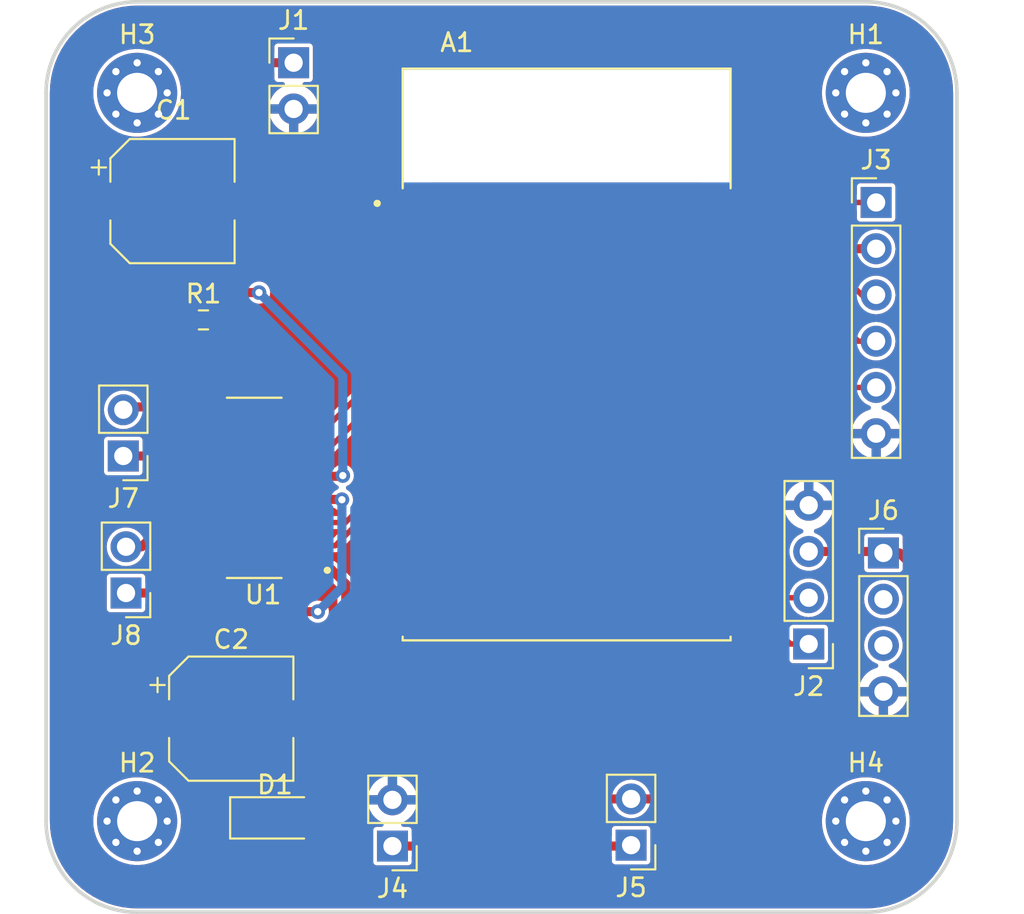
<source format=kicad_pcb>
(kicad_pcb (version 20211014) (generator pcbnew)
  (layers (0 "F.Cu" signal) (31 "B.Cu" signal) (34 "B.Paste" user) (35 "F.Paste" user) (36 "B.SilkS" user "B.Silkscreen") (37 "F.SilkS" user "F.Silkscreen") (38 "B.Mask" user) (39 "F.Mask" user) (44 "Edge.Cuts" user))
  (net 0 "")
  (net 1 "GND")
  (net 2 "+3V3")
  (net 3 "/RESET")
  (net 8 "/INA1")
  (net 9 "/INB1")
  (net 10 "/INA2")
  (net 11 "/INB2")
  (net 20 "/SDA")
  (net 21 "/SCL")
  (net 24 "/BOOT")
  (net 30 "/MAIN_UART_RX")
  (net 31 "/MAIN_UART_TX")
  (net 35 "VCC")
  (net 36 "VDD")
  (net 37 "+BATT")
  (net 38 "/Trig")
  (net 39 "/Echo")
  (net 40 "/OUTB1")
  (net 41 "/OUTB2")
  (net 42 "/OUTA1")
  (net 43 "/OUTA2")
  (footprint "Connector_PinHeader_2.54mm:PinHeader_1x06_P2.54mm_Vertical" (layer "F.Cu") (at 194 66.1)
    (fp_text reference "J3" (at 0 -2.33) (layer "F.SilkS"))
    (fp_text value "Conn_01x06_Male")
    (fp_line (start -1.33 1.27) (end -1.33 14.03) (layer "F.SilkS") (width 0.12))
    (fp_line (start -1.33 14.03) (end 1.33 14.03) (layer "F.SilkS") (width 0.12))
    (fp_line (start -1.33 -1.33) (end 0 -1.33) (layer "F.SilkS") (width 0.12))
    (fp_line (start -1.33 1.27) (end 1.33 1.27) (layer "F.SilkS") (width 0.12))
    (fp_line (start 1.33 1.27) (end 1.33 14.03) (layer "F.SilkS") (width 0.12))
    (fp_line (start -1.33 0) (end -1.33 -1.33) (layer "F.SilkS") (width 0.12))
    (pad "1" thru_hole rect (at 0 0) (size 1.7 1.7) (drill 1) (layers *.Cu *.Mask) (net 3 "/RESET"))
    (pad "2" thru_hole oval (at 0 2.54) (size 1.7 1.7) (drill 1) (layers *.Cu *.Mask) (net 2 "+3V3"))
    (pad "3" thru_hole oval (at 0 5.08) (size 1.7 1.7) (drill 1) (layers *.Cu *.Mask) (net 31 "/MAIN_UART_TX"))
    (pad "4" thru_hole oval (at 0 7.62) (size 1.7 1.7) (drill 1) (layers *.Cu *.Mask) (net 30 "/MAIN_UART_RX"))
    (pad "5" thru_hole oval (at 0 10.16) (size 1.7 1.7) (drill 1) (layers *.Cu *.Mask) (net 24 "/BOOT"))
    (pad "6" thru_hole oval (at 0 12.7) (size 1.7 1.7) (drill 1) (layers *.Cu *.Mask) (net 1 "GND"))
  )
  (footprint "cube_robot:SOIC127P600X177-16N" (layer "F.Cu") (at 159.862 81.775 180)
    (fp_text reference "U1" (at -0.485 -5.872) (layer "F.SilkS"))
    (fp_text value "MX1508")
    (fp_line (start -1.5 -4.95) (end 1.5 -4.95) (layer "F.SilkS") (width 0.127))
    (fp_line (start -1.5 4.95) (end 1.5 4.95) (layer "F.SilkS") (width 0.127))
    (fp_circle (center -4.011 -4.527) (end -3.911 -4.527) (layer "F.SilkS") (width 0.2) (fill none))
    (pad "1" smd roundrect (at -2.655 -4.445 180) (size 1.61 0.59) (layers "F.Cu" "F.Paste" "F.Mask") (roundrect_rratio 0.07) (net 35 "VCC"))
    (pad "2" smd roundrect (at -2.655 -3.175 180) (size 1.61 0.59) (layers "F.Cu" "F.Paste" "F.Mask") (roundrect_rratio 0.07) (net 8 "/INA1"))
    (pad "3" smd roundrect (at -2.655 -1.905 180) (size 1.61 0.59) (layers "F.Cu" "F.Paste" "F.Mask") (roundrect_rratio 0.07) (net 9 "/INB1"))
    (pad "4" smd roundrect (at -2.655 -0.635 180) (size 1.61 0.59) (layers "F.Cu" "F.Paste" "F.Mask") (roundrect_rratio 0.07) (net 36 "VDD"))
    (pad "5" smd roundrect (at -2.655 0.635 180) (size 1.61 0.59) (layers "F.Cu" "F.Paste" "F.Mask") (roundrect_rratio 0.07) (net 35 "VCC"))
    (pad "6" smd roundrect (at -2.655 1.905 180) (size 1.61 0.59) (layers "F.Cu" "F.Paste" "F.Mask") (roundrect_rratio 0.07) (net 10 "/INA2"))
    (pad "7" smd roundrect (at -2.655 3.175 180) (size 1.61 0.59) (layers "F.Cu" "F.Paste" "F.Mask") (roundrect_rratio 0.07) (net 11 "/INB2"))
    (pad "8" smd roundrect (at -2.655 4.445 180) (size 1.61 0.59) (layers "F.Cu" "F.Paste" "F.Mask") (roundrect_rratio 0.07) (net 36 "VDD"))
    (pad "9" smd roundrect (at 2.655 4.445 180) (size 1.61 0.59) (layers "F.Cu" "F.Paste" "F.Mask") (roundrect_rratio 0.07) (net 41 "/OUTB2"))
    (pad "10" smd roundrect (at 2.655 3.175 180) (size 1.61 0.59) (layers "F.Cu" "F.Paste" "F.Mask") (roundrect_rratio 0.07) (net 1 "GND"))
    (pad "11" smd roundrect (at 2.655 1.905 180) (size 1.61 0.59) (layers "F.Cu" "F.Paste" "F.Mask") (roundrect_rratio 0.07) (net 1 "GND"))
    (pad "12" smd roundrect (at 2.655 0.635 180) (size 1.61 0.59) (layers "F.Cu" "F.Paste" "F.Mask") (roundrect_rratio 0.07) (net 43 "/OUTA2"))
    (pad "13" smd roundrect (at 2.655 -0.635 180) (size 1.61 0.59) (layers "F.Cu" "F.Paste" "F.Mask") (roundrect_rratio 0.07) (net 40 "/OUTB1"))
    (pad "14" smd roundrect (at 2.655 -1.905 180) (size 1.61 0.59) (layers "F.Cu" "F.Paste" "F.Mask") (roundrect_rratio 0.07) (net 1 "GND"))
    (pad "15" smd roundrect (at 2.655 -3.175 180) (size 1.61 0.59) (layers "F.Cu" "F.Paste" "F.Mask") (roundrect_rratio 0.07) (net 1 "GND"))
    (pad "16" smd roundrect (at 2.655 -4.445 180) (size 1.61 0.59) (layers "F.Cu" "F.Paste" "F.Mask") (roundrect_rratio 0.07) (net 42 "/OUTA1"))
  )
  (footprint "Connector_PinHeader_2.54mm:PinHeader_1x04_P2.54mm_Vertical" (layer "F.Cu") (at 190.3 90.35 180)
    (fp_text reference "J2" (at 0 -2.33) (layer "F.SilkS"))
    (fp_text value "Conn_01x04_Male")
    (fp_line (start -1.33 -1.33) (end 0 -1.33) (layer "F.SilkS") (width 0.12))
    (fp_line (start -1.33 1.27) (end -1.33 8.95) (layer "F.SilkS") (width 0.12))
    (fp_line (start -1.33 0) (end -1.33 -1.33) (layer "F.SilkS") (width 0.12))
    (fp_line (start -1.33 8.95) (end 1.33 8.95) (layer "F.SilkS") (width 0.12))
    (fp_line (start -1.33 1.27) (end 1.33 1.27) (layer "F.SilkS") (width 0.12))
    (fp_line (start 1.33 1.27) (end 1.33 8.95) (layer "F.SilkS") (width 0.12))
    (pad "1" thru_hole rect (at 0 0 180) (size 1.7 1.7) (drill 1) (layers *.Cu *.Mask) (net 20 "/SDA"))
    (pad "2" thru_hole oval (at 0 2.54 180) (size 1.7 1.7) (drill 1) (layers *.Cu *.Mask) (net 21 "/SCL"))
    (pad "3" thru_hole oval (at 0 5.08 180) (size 1.7 1.7) (drill 1) (layers *.Cu *.Mask) (net 35 "VCC"))
    (pad "4" thru_hole oval (at 0 7.62 180) (size 1.7 1.7) (drill 1) (layers *.Cu *.Mask) (net 1 "GND"))
  )
  (footprint "MountingHole:MountingHole_2.2mm_M2_Pad_Via" (layer "F.Cu") (at 153.435 60.08)
    (fp_text reference "H3" (at 0 -3.2) (layer "F.SilkS"))
    (fp_text value "MountingHole")
    (pad "1" thru_hole circle (at -1.166726 1.166726) (size 0.7 0.7) (drill 0.4) (layers *.Cu *.Mask))
    (pad "1" thru_hole circle (at -1.166726 -1.166726) (size 0.7 0.7) (drill 0.4) (layers *.Cu *.Mask))
    (pad "1" thru_hole circle (at 0 -1.65) (size 0.7 0.7) (drill 0.4) (layers *.Cu *.Mask))
    (pad "1" thru_hole circle (at -1.65 0) (size 0.7 0.7) (drill 0.4) (layers *.Cu *.Mask))
    (pad "1" thru_hole circle (at 1.166726 -1.166726) (size 0.7 0.7) (drill 0.4) (layers *.Cu *.Mask))
    (pad "1" thru_hole circle (at 1.65 0) (size 0.7 0.7) (drill 0.4) (layers *.Cu *.Mask))
    (pad "1" thru_hole circle (at 0 0) (size 4.4 4.4) (drill 2.2) (layers *.Cu *.Mask))
    (pad "1" thru_hole circle (at 0 1.65) (size 0.7 0.7) (drill 0.4) (layers *.Cu *.Mask))
    (pad "1" thru_hole circle (at 1.166726 1.166726) (size 0.7 0.7) (drill 0.4) (layers *.Cu *.Mask))
  )
  (footprint "Resistor_SMD:R_0603_1608Metric_Pad0.98x0.95mm_HandSolder" (layer "F.Cu") (at 157.075 72.55)
    (fp_text reference "R1" (at 0 -1.43) (layer "F.SilkS"))
    (fp_text value "220")
    (fp_line (start -0.254724 0.5225) (end 0.254724 0.5225) (layer "F.SilkS") (width 0.12))
    (fp_line (start -0.254724 -0.5225) (end 0.254724 -0.5225) (layer "F.SilkS") (width 0.12))
    (pad "1" smd roundrect (at -0.9125 0) (size 0.975 0.95) (layers "F.Cu" "F.Paste" "F.Mask") (net 35 "VCC"))
    (pad "2" smd roundrect (at 0.9125 0) (size 0.975 0.95) (layers "F.Cu" "F.Paste" "F.Mask") (net 36 "VDD"))
  )
  (footprint "MountingHole:MountingHole_2.2mm_M2_Pad_Via" (layer "F.Cu") (at 193.435 100.08)
    (fp_text reference "H4" (at 0 -3.2) (layer "F.SilkS"))
    (fp_text value "MountingHole")
    (pad "1" thru_hole circle (at 1.166726 1.166726) (size 0.7 0.7) (drill 0.4) (layers *.Cu *.Mask))
    (pad "1" thru_hole circle (at 0 -1.65) (size 0.7 0.7) (drill 0.4) (layers *.Cu *.Mask))
    (pad "1" thru_hole circle (at 1.65 0) (size 0.7 0.7) (drill 0.4) (layers *.Cu *.Mask))
    (pad "1" thru_hole circle (at -1.65 0) (size 0.7 0.7) (drill 0.4) (layers *.Cu *.Mask))
    (pad "1" thru_hole circle (at 0 0) (size 4.4 4.4) (drill 2.2) (layers *.Cu *.Mask))
    (pad "1" thru_hole circle (at 0 1.65) (size 0.7 0.7) (drill 0.4) (layers *.Cu *.Mask))
    (pad "1" thru_hole circle (at -1.166726 1.166726) (size 0.7 0.7) (drill 0.4) (layers *.Cu *.Mask))
    (pad "1" thru_hole circle (at 1.166726 -1.166726) (size 0.7 0.7) (drill 0.4) (layers *.Cu *.Mask))
    (pad "1" thru_hole circle (at -1.166726 -1.166726) (size 0.7 0.7) (drill 0.4) (layers *.Cu *.Mask))
  )
  (footprint "Connector_PinHeader_2.54mm:PinHeader_1x04_P2.54mm_Vertical" (layer "F.Cu") (at 194.4 85.35)
    (fp_text reference "J6" (at 0 -2.33) (layer "F.SilkS"))
    (fp_text value "Conn_01x04_Female")
    (fp_line (start -1.33 0) (end -1.33 -1.33) (layer "F.SilkS") (width 0.12))
    (fp_line (start -1.33 1.27) (end 1.33 1.27) (layer "F.SilkS") (width 0.12))
    (fp_line (start 1.33 1.27) (end 1.33 8.95) (layer "F.SilkS") (width 0.12))
    (fp_line (start -1.33 1.27) (end -1.33 8.95) (layer "F.SilkS") (width 0.12))
    (fp_line (start -1.33 -1.33) (end 0 -1.33) (layer "F.SilkS") (width 0.12))
    (fp_line (start -1.33 8.95) (end 1.33 8.95) (layer "F.SilkS") (width 0.12))
    (pad "1" thru_hole rect (at 0 0) (size 1.7 1.7) (drill 1) (layers *.Cu *.Mask) (net 35 "VCC"))
    (pad "2" thru_hole oval (at 0 2.54) (size 1.7 1.7) (drill 1) (layers *.Cu *.Mask) (net 38 "/Trig"))
    (pad "3" thru_hole oval (at 0 5.08) (size 1.7 1.7) (drill 1) (layers *.Cu *.Mask) (net 39 "/Echo"))
    (pad "4" thru_hole oval (at 0 7.62) (size 1.7 1.7) (drill 1) (layers *.Cu *.Mask) (net 1 "GND"))
  )
  (footprint "Connector_PinHeader_2.54mm:PinHeader_1x02_P2.54mm_Vertical" (layer "F.Cu") (at 167.45 101.45 180)
    (fp_text reference "J4" (at 0 -2.33) (layer "F.SilkS"))
    (fp_text value "Conn_01x02_Male")
    (fp_line (start -1.33 3.87) (end 1.33 3.87) (layer "F.SilkS") (width 0.12))
    (fp_line (start 1.33 1.27) (end 1.33 3.87) (layer "F.SilkS") (width 0.12))
    (fp_line (start -1.33 1.27) (end 1.33 1.27) (layer "F.SilkS") (width 0.12))
    (fp_line (start -1.33 1.27) (end -1.33 3.87) (layer "F.SilkS") (width 0.12))
    (fp_line (start -1.33 0) (end -1.33 -1.33) (layer "F.SilkS") (width 0.12))
    (fp_line (start -1.33 -1.33) (end 0 -1.33) (layer "F.SilkS") (width 0.12))
    (pad "1" thru_hole rect (at 0 0 180) (size 1.7 1.7) (drill 1) (layers *.Cu *.Mask) (net 37 "+BATT"))
    (pad "2" thru_hole oval (at 0 2.54 180) (size 1.7 1.7) (drill 1) (layers *.Cu *.Mask) (net 1 "GND"))
  )
  (footprint "MountingHole:MountingHole_2.2mm_M2_Pad_Via" (layer "F.Cu") (at 153.435 100.08)
    (fp_text reference "H2" (at 0 -3.2) (layer "F.SilkS"))
    (fp_text value "MountingHole")
    (pad "1" thru_hole circle (at 1.65 0) (size 0.7 0.7) (drill 0.4) (layers *.Cu *.Mask))
    (pad "1" thru_hole circle (at 0 0) (size 4.4 4.4) (drill 2.2) (layers *.Cu *.Mask))
    (pad "1" thru_hole circle (at 0 1.65) (size 0.7 0.7) (drill 0.4) (layers *.Cu *.Mask))
    (pad "1" thru_hole circle (at -1.166726 1.166726) (size 0.7 0.7) (drill 0.4) (layers *.Cu *.Mask))
    (pad "1" thru_hole circle (at -1.65 0) (size 0.7 0.7) (drill 0.4) (layers *.Cu *.Mask))
    (pad "1" thru_hole circle (at -1.166726 -1.166726) (size 0.7 0.7) (drill 0.4) (layers *.Cu *.Mask))
    (pad "1" thru_hole circle (at 0 -1.65) (size 0.7 0.7) (drill 0.4) (layers *.Cu *.Mask))
    (pad "1" thru_hole circle (at 1.166726 1.166726) (size 0.7 0.7) (drill 0.4) (layers *.Cu *.Mask))
    (pad "1" thru_hole circle (at 1.166726 -1.166726) (size 0.7 0.7) (drill 0.4) (layers *.Cu *.Mask))
  )
  (footprint "Connector_PinHeader_2.54mm:PinHeader_1x02_P2.54mm_Vertical" (layer "F.Cu") (at 152.675 80.025 180)
    (fp_text reference "J7" (at 0 -2.33) (layer "F.SilkS"))
    (fp_text value "Conn_01x02_Male")
    (fp_line (start 1.33 1.27) (end 1.33 3.87) (layer "F.SilkS") (width 0.12))
    (fp_line (start -1.33 1.27) (end -1.33 3.87) (layer "F.SilkS") (width 0.12))
    (fp_line (start -1.33 3.87) (end 1.33 3.87) (layer "F.SilkS") (width 0.12))
    (fp_line (start -1.33 0) (end -1.33 -1.33) (layer "F.SilkS") (width 0.12))
    (fp_line (start -1.33 -1.33) (end 0 -1.33) (layer "F.SilkS") (width 0.12))
    (fp_line (start -1.33 1.27) (end 1.33 1.27) (layer "F.SilkS") (width 0.12))
    (pad "1" thru_hole rect (at 0 0 180) (size 1.7 1.7) (drill 1) (layers *.Cu *.Mask) (net 43 "/OUTA2"))
    (pad "2" thru_hole oval (at 0 2.54 180) (size 1.7 1.7) (drill 1) (layers *.Cu *.Mask) (net 41 "/OUTB2"))
  )
  (footprint "Diode_SMD:D_1206_3216Metric_Pad1.42x1.75mm_HandSolder" (layer "F.Cu") (at 161 99.9)
    (fp_text reference "D1" (at 0 -1.82) (layer "F.SilkS"))
    (fp_text value "BZV55B5V1")
    (fp_line (start -2.46 1.135) (end 1.6 1.135) (layer "F.SilkS") (width 0.12))
    (fp_line (start 1.6 -1.135) (end -2.46 -1.135) (layer "F.SilkS") (width 0.12))
    (fp_line (start -2.46 -1.135) (end -2.46 1.135) (layer "F.SilkS") (width 0.12))
    (pad "1" smd roundrect (at -1.4875 0) (size 1.425 1.75) (layers "F.Cu" "F.Paste" "F.Mask") (roundrect_rratio 0.175439) (net 36 "VDD"))
    (pad "2" smd roundrect (at 1.4875 0) (size 1.425 1.75) (layers "F.Cu" "F.Paste" "F.Mask") (roundrect_rratio 0.175439) (net 1 "GND"))
  )
  (footprint "Connector_PinHeader_2.54mm:PinHeader_1x02_P2.54mm_Vertical" (layer "F.Cu") (at 152.825 87.55 180)
    (fp_text reference "J8" (at 0 -2.33) (layer "F.SilkS"))
    (fp_text value "Conn_01x02_Male")
    (fp_line (start -1.33 0) (end -1.33 -1.33) (layer "F.SilkS") (width 0.12))
    (fp_line (start -1.33 3.87) (end 1.33 3.87) (layer "F.SilkS") (width 0.12))
    (fp_line (start -1.33 1.27) (end -1.33 3.87) (layer "F.SilkS") (width 0.12))
    (fp_line (start -1.33 -1.33) (end 0 -1.33) (layer "F.SilkS") (width 0.12))
    (fp_line (start 1.33 1.27) (end 1.33 3.87) (layer "F.SilkS") (width 0.12))
    (fp_line (start -1.33 1.27) (end 1.33 1.27) (layer "F.SilkS") (width 0.12))
    (pad "1" thru_hole rect (at 0 0 180) (size 1.7 1.7) (drill 1) (layers *.Cu *.Mask) (net 42 "/OUTA1"))
    (pad "2" thru_hole oval (at 0 2.54 180) (size 1.7 1.7) (drill 1) (layers *.Cu *.Mask) (net 40 "/OUTB1"))
  )
  (footprint "cube_robot:XCVR_ESP32-WROVER" (layer "F.Cu") (at 177.0125 74.45)
    (fp_text reference "A1" (at -6.025 -17.135) (layer "F.SilkS"))
    (fp_text value "ESP32-WROVER-I")
    (fp_line (start 9 15.7) (end 9 15.5) (layer "F.SilkS") (width 0.127))
    (fp_line (start -9 15.7) (end 9 15.7) (layer "F.SilkS") (width 0.127))
    (fp_line (start -9 -9.13) (end -9 -15.7) (layer "F.SilkS") (width 0.127))
    (fp_line (start 9 -15.7) (end 9 -9.13) (layer "F.SilkS") (width 0.127))
    (fp_line (start -9 -15.7) (end 9 -15.7) (layer "F.SilkS") (width 0.127))
    (fp_line (start -9 15.5) (end -9 15.7) (layer "F.SilkS") (width 0.127))
    (fp_circle (center -10.4 -8.3) (end -10.3 -8.3) (layer "F.SilkS") (width 0.2) (fill none))
    (pad "1" smd rect (at -8.5 -8.26) (size 2 0.9) (layers "F.Cu" "F.Paste" "F.Mask") (net 1 "GND"))
    (pad "2" smd rect (at -8.5 -6.99) (size 2 0.9) (layers "F.Cu" "F.Paste" "F.Mask") (net 2 "+3V3"))
    (pad "3" smd rect (at -8.5 -5.72) (size 2 0.9) (layers "F.Cu" "F.Paste" "F.Mask") (net 3 "/RESET"))
    (pad "4" smd rect (at -8.5 -4.45) (size 2 0.9) (layers "F.Cu" "F.Paste" "F.Mask"))
    (pad "5" smd rect (at -8.5 -3.18) (size 2 0.9) (layers "F.Cu" "F.Paste" "F.Mask"))
    (pad "6" smd rect (at -8.5 -1.91) (size 2 0.9) (layers "F.Cu" "F.Paste" "F.Mask"))
    (pad "7" smd rect (at -8.5 -0.64) (size 2 0.9) (layers "F.Cu" "F.Paste" "F.Mask"))
    (pad "8" smd rect (at -8.5 0.63) (size 2 0.9) (layers "F.Cu" "F.Paste" "F.Mask") (net 11 "/INB2"))
    (pad "9" smd rect (at -8.5 1.9) (size 2 0.9) (layers "F.Cu" "F.Paste" "F.Mask") (net 10 "/INA2"))
    (pad "10" smd rect (at -8.5 3.17) (size 2 0.9) (layers "F.Cu" "F.Paste" "F.Mask") (net 9 "/INB1"))
    (pad "11" smd rect (at -8.5 4.44) (size 2 0.9) (layers "F.Cu" "F.Paste" "F.Mask") (net 8 "/INA1"))
    (pad "12" smd rect (at -8.5 5.71) (size 2 0.9) (layers "F.Cu" "F.Paste" "F.Mask"))
    (pad "13" smd rect (at -8.5 6.98) (size 2 0.9) (layers "F.Cu" "F.Paste" "F.Mask"))
    (pad "14" smd rect (at -8.5 8.25) (size 2 0.9) (layers "F.Cu" "F.Paste" "F.Mask"))
    (pad "15" smd rect (at -8.5 9.52) (size 2 0.9) (layers "F.Cu" "F.Paste" "F.Mask") (net 1 "GND"))
    (pad "16" smd rect (at -8.5 10.79) (size 2 0.9) (layers "F.Cu" "F.Paste" "F.Mask"))
    (pad "17" smd rect (at -8.5 12.06) (size 2 0.9) (layers "F.Cu" "F.Paste" "F.Mask"))
    (pad "18" smd rect (at -8.5 13.33) (size 2 0.9) (layers "F.Cu" "F.Paste" "F.Mask"))
    (pad "19" smd rect (at -8.5 14.6) (size 2 0.9) (layers "F.Cu" "F.Paste" "F.Mask"))
    (pad "20" smd rect (at 8.5 14.6) (size 2 0.9) (layers "F.Cu" "F.Paste" "F.Mask"))
    (pad "21" smd rect (at 8.5 13.33) (size 2 0.9) (layers "F.Cu" "F.Paste" "F.Mask") (net 20 "/SDA"))
    (pad "22" smd rect (at 8.5 12.06) (size 2 0.9) (layers "F.Cu" "F.Paste" "F.Mask") (net 21 "/SCL"))
    (pad "23" smd rect (at 8.5 10.79) (size 2 0.9) (layers "F.Cu" "F.Paste" "F.Mask"))
    (pad "24" smd rect (at 8.5 9.52) (size 2 0.9) (layers "F.Cu" "F.Paste" "F.Mask"))
    (pad "25" smd rect (at 8.5 8.25) (size 2 0.9) (layers "F.Cu" "F.Paste" "F.Mask") (net 24 "/BOOT"))
    (pad "26" smd rect (at 8.5 6.98) (size 2 0.9) (layers "F.Cu" "F.Paste" "F.Mask"))
    (pad "27" smd rect (at 8.5 5.71) (size 2 0.9) (layers "F.Cu" "F.Paste" "F.Mask"))
    (pad "28" smd rect (at 8.5 4.44) (size 2 0.9) (layers "F.Cu" "F.Paste" "F.Mask"))
    (pad "29" smd rect (at 8.5 3.17) (size 2 0.9) (layers "F.Cu" "F.Paste" "F.Mask"))
    (pad "30" smd rect (at 8.5 1.9) (size 2 0.9) (layers "F.Cu" "F.Paste" "F.Mask"))
    (pad "31" smd rect (at 8.5 0.63) (size 2 0.9) (layers "F.Cu" "F.Paste" "F.Mask"))
    (pad "32" smd rect (at 8.5 -0.64) (size 2 0.9) (layers "F.Cu" "F.Paste" "F.Mask"))
    (pad "33" smd rect (at 8.5 -1.91) (size 2 0.9) (layers "F.Cu" "F.Paste" "F.Mask"))
    (pad "34" smd rect (at 8.5 -3.18) (size 2 0.9) (layers "F.Cu" "F.Paste" "F.Mask") (net 30 "/MAIN_UART_RX"))
    (pad "35" smd rect (at 8.5 -4.45) (size 2 0.9) (layers "F.Cu" "F.Paste" "F.Mask") (net 31 "/MAIN_UART_TX"))
    (pad "36" smd rect (at 8.5 -5.72) (size 2 0.9) (layers "F.Cu" "F.Paste" "F.Mask"))
    (pad "37" smd rect (at 8.5 -6.99) (size 2 0.9) (layers "F.Cu" "F.Paste" "F.Mask"))
    (pad "38" smd rect (at 8.5 -8.26) (size 2 0.9) (layers "F.Cu" "F.Paste" "F.Mask") (net 1 "GND"))
    (pad "39" smd rect (at -1 -0.76) (size 5 5) (layers "F.Cu"))
  )
  (footprint "Connector_PinHeader_2.54mm:PinHeader_1x02_P2.54mm_Vertical" (layer "F.Cu") (at 180.55 101.4 180)
    (fp_text reference "J5" (at 0 -2.33) (layer "F.SilkS"))
    (fp_text value "Conn_01x02_Male")
    (fp_line (start -1.33 3.87) (end 1.33 3.87) (layer "F.SilkS") (width 0.12))
    (fp_line (start 1.33 1.27) (end 1.33 3.87) (layer "F.SilkS") (width 0.12))
    (fp_line (start -1.33 1.27) (end -1.33 3.87) (layer "F.SilkS") (width 0.12))
    (fp_line (start -1.33 -1.33) (end 0 -1.33) (layer "F.SilkS") (width 0.12))
    (fp_line (start -1.33 1.27) (end 1.33 1.27) (layer "F.SilkS") (width 0.12))
    (fp_line (start -1.33 0) (end -1.33 -1.33) (layer "F.SilkS") (width 0.12))
    (pad "1" thru_hole rect (at 0 0 180) (size 1.7 1.7) (drill 1) (layers *.Cu *.Mask) (net 37 "+BATT"))
    (pad "2" thru_hole oval (at 0 2.54 180) (size 1.7 1.7) (drill 1) (layers *.Cu *.Mask) (net 35 "VCC"))
  )
  (footprint "Capacitor_SMD:CP_Elec_6.3x5.2" (layer "F.Cu") (at 155.375 66.025)
    (fp_text reference "C1" (at 0.06 -4.995) (layer "F.SilkS"))
    (fp_text value "47u 16V")
    (fp_line (start -3.41 2.345563) (end -3.41 1.06) (layer "F.SilkS") (width 0.12))
    (fp_line (start -4.04375 -2.24125) (end -4.04375 -1.45375) (layer "F.SilkS") (width 0.12))
    (fp_line (start -2.345563 -3.41) (end 3.41 -3.41) (layer "F.SilkS") (width 0.12))
    (fp_line (start 3.41 3.41) (end 3.41 1.06) (layer "F.SilkS") (width 0.12))
    (fp_line (start -3.41 -2.345563) (end -3.41 -1.06) (layer "F.SilkS") (width 0.12))
    (fp_line (start -3.41 -2.345563) (end -2.345563 -3.41) (layer "F.SilkS") (width 0.12))
    (fp_line (start 3.41 -3.41) (end 3.41 -1.06) (layer "F.SilkS") (width 0.12))
    (fp_line (start -2.345563 3.41) (end 3.41 3.41) (layer "F.SilkS") (width 0.12))
    (fp_line (start -4.4375 -1.8475) (end -3.65 -1.8475) (layer "F.SilkS") (width 0.12))
    (fp_line (start -3.41 2.345563) (end -2.345563 3.41) (layer "F.SilkS") (width 0.12))
    (pad "1" smd roundrect (at -2.8 0) (size 3.5 1.6) (layers "F.Cu" "F.Paste" "F.Mask") (roundrect_rratio 0.15625) (net 35 "VCC"))
    (pad "2" smd roundrect (at 2.8 0) (size 3.5 1.6) (layers "F.Cu" "F.Paste" "F.Mask") (roundrect_rratio 0.15625) (net 1 "GND"))
  )
  (footprint "Connector_PinHeader_2.54mm:PinHeader_1x02_P2.54mm_Vertical" (layer "F.Cu") (at 162.025 58.425)
    (fp_text reference "J1" (at 0 -2.33) (layer "F.SilkS"))
    (fp_text value "Conn_01x02_Male")
    (fp_line (start 1.33 1.27) (end 1.33 3.87) (layer "F.SilkS") (width 0.12))
    (fp_line (start -1.33 1.27) (end -1.33 3.87) (layer "F.SilkS") (width 0.12))
    (fp_line (start -1.33 3.87) (end 1.33 3.87) (layer "F.SilkS") (width 0.12))
    (fp_line (start -1.33 1.27) (end 1.33 1.27) (layer "F.SilkS") (width 0.12))
    (fp_line (start -1.33 0) (end -1.33 -1.33) (layer "F.SilkS") (width 0.12))
    (fp_line (start -1.33 -1.33) (end 0 -1.33) (layer "F.SilkS") (width 0.12))
    (pad "1" thru_hole rect (at 0 0) (size 1.7 1.7) (drill 1) (layers *.Cu *.Mask) (net 35 "VCC"))
    (pad "2" thru_hole oval (at 0 2.54) (size 1.7 1.7) (drill 1) (layers *.Cu *.Mask) (net 1 "GND"))
  )
  (footprint "MountingHole:MountingHole_2.2mm_M2_Pad_Via" (layer "F.Cu") (at 193.435 60.08)
    (fp_text reference "H1" (at 0 -3.2) (layer "F.SilkS"))
    (fp_text value "MountingHole")
    (pad "1" thru_hole circle (at 1.166726 -1.166726) (size 0.7 0.7) (drill 0.4) (layers *.Cu *.Mask))
    (pad "1" thru_hole circle (at 1.65 0) (size 0.7 0.7) (drill 0.4) (layers *.Cu *.Mask))
    (pad "1" thru_hole circle (at -1.65 0) (size 0.7 0.7) (drill 0.4) (layers *.Cu *.Mask))
    (pad "1" thru_hole circle (at 0 0) (size 4.4 4.4) (drill 2.2) (layers *.Cu *.Mask))
    (pad "1" thru_hole circle (at -1.166726 -1.166726) (size 0.7 0.7) (drill 0.4) (layers *.Cu *.Mask))
    (pad "1" thru_hole circle (at 0 -1.65) (size 0.7 0.7) (drill 0.4) (layers *.Cu *.Mask))
    (pad "1" thru_hole circle (at -1.166726 1.166726) (size 0.7 0.7) (drill 0.4) (layers *.Cu *.Mask))
    (pad "1" thru_hole circle (at 0 1.65) (size 0.7 0.7) (drill 0.4) (layers *.Cu *.Mask))
    (pad "1" thru_hole circle (at 1.166726 1.166726) (size 0.7 0.7) (drill 0.4) (layers *.Cu *.Mask))
  )
  (footprint "Capacitor_SMD:CP_Elec_6.3x5.2" (layer "F.Cu") (at 158.6 94.45)
    (fp_text reference "C2" (at 0 -4.35) (layer "F.SilkS"))
    (fp_text value "47u 16V")
    (fp_line (start -2.345563 3.41) (end 3.41 3.41) (layer "F.SilkS") (width 0.12))
    (fp_line (start 3.41 3.41) (end 3.41 1.06) (layer "F.SilkS") (width 0.12))
    (fp_line (start -4.04375 -2.24125) (end -4.04375 -1.45375) (layer "F.SilkS") (width 0.12))
    (fp_line (start 3.41 -3.41) (end 3.41 -1.06) (layer "F.SilkS") (width 0.12))
    (fp_line (start -4.4375 -1.8475) (end -3.65 -1.8475) (layer "F.SilkS") (width 0.12))
    (fp_line (start -3.41 2.345563) (end -2.345563 3.41) (layer "F.SilkS") (width 0.12))
    (fp_line (start -3.41 -2.345563) (end -2.345563 -3.41) (layer "F.SilkS") (width 0.12))
    (fp_line (start -3.41 -2.345563) (end -3.41 -1.06) (layer "F.SilkS") (width 0.12))
    (fp_line (start -3.41 2.345563) (end -3.41 1.06) (layer "F.SilkS") (width 0.12))
    (fp_line (start -2.345563 -3.41) (end 3.41 -3.41) (layer "F.SilkS") (width 0.12))
    (pad "1" smd roundrect (at -2.8 0) (size 3.5 1.6) (layers "F.Cu" "F.Paste" "F.Mask") (roundrect_rratio 0.15625) (net 36 "VDD"))
    (pad "2" smd roundrect (at 2.8 0) (size 3.5 1.6) (layers "F.Cu" "F.Paste" "F.Mask") (roundrect_rratio 0.15625) (net 1 "GND"))
  )
  (gr_arc (start 193.435 55.08) (mid 196.970534 56.544466) (end 198.435 60.08) (layer "Edge.Cuts") (width 0.2))
  (gr_line (start 193.435 105.08) (end 153.435 105.08) (layer "Edge.Cuts") (width 0.2))
  (gr_arc (start 148.435 60.08) (mid 149.899466 56.544466) (end 153.435 55.08) (layer "Edge.Cuts") (width 0.2))
  (gr_line (start 198.435 60.08) (end 198.435 100.08) (layer "Edge.Cuts") (width 0.2))
  (gr_arc (start 153.435 105.08) (mid 149.899466 103.615534) (end 148.435 100.08) (layer "Edge.Cuts") (width 0.2))
  (gr_line (start 148.435 100.08) (end 148.435 60.08) (layer "Edge.Cuts") (width 0.2))
  (gr_arc (start 198.435 100.08) (mid 196.970534 103.615534) (end 193.435 105.08) (layer "Edge.Cuts") (width 0.2))
  (gr_line (start 153.435 55.08) (end 193.435 55.08) (layer "Edge.Cuts") (width 0.2))
  (segment (start 166.575 58.175) (end 167.6 57.15) (width 0.5) (layer "F.Cu") (net 2))
  (segment (start 192.46 68.64) (end 194 68.64) (width 0.5) (layer "F.Cu") (net 2))
  (segment (start 187.725 57.15) (end 188.7 58.125) (width 0.5) (layer "F.Cu") (net 2))
  (segment (start 188.7 64.88) (end 192.46 68.64) (width 0.5) (layer "F.Cu") (net 2))
  (segment (start 166.575 66.8225) (end 166.575 58.175) (width 0.5) (layer "F.Cu") (net 2))
  (segment (start 167.2125 67.46) (end 166.575 66.8225) (width 0.5) (layer "F.Cu") (net 2))
  (segment (start 188.7 58.125) (end 188.7 64.88) (width 0.5) (layer "F.Cu") (net 2))
  (segment (start 168.5125 67.46) (end 167.2125 67.46) (width 0.5) (layer "F.Cu") (net 2))
  (segment (start 167.6 57.15) (end 187.725 57.15) (width 0.5) (layer "F.Cu") (net 2))
  (segment (start 189.29952 63.29952) (end 192.1 66.1) (width 0.3) (layer "F.Cu") (net 3))
  (segment (start 166.675 56.175) (end 187.597849 56.175) (width 0.3) (layer "F.Cu") (net 3))
  (segment (start 166.705 68.73) (end 165.4 67.425) (width 0.3) (layer "F.Cu") (net 3))
  (segment (start 165.4 57.45) (end 166.675 56.175) (width 0.3) (layer "F.Cu") (net 3))
  (segment (start 165.4 67.425) (end 165.4 57.45) (width 0.3) (layer "F.Cu") (net 3))
  (segment (start 192.1 66.1) (end 194 66.1) (width 0.3) (layer "F.Cu") (net 3))
  (segment (start 168.5125 68.73) (end 166.705 68.73) (width 0.3) (layer "F.Cu") (net 3))
  (segment (start 189.29952 57.876671) (end 189.29952 63.29952) (width 0.3) (layer "F.Cu") (net 3))
  (segment (start 187.597849 56.175) (end 189.29952 57.876671) (width 0.3) (layer "F.Cu") (net 3))
  (segment (start 164.306428 84.95) (end 162.517 84.95) (width 0.3) (layer "F.Cu") (net 8))
  (segment (start 168.5125 78.89) (end 167.2125 78.89) (width 0.3) (layer "F.Cu") (net 8))
  (segment (start 166.6 82.656428) (end 164.306428 84.95) (width 0.3) (layer "F.Cu") (net 8))
  (segment (start 166.6 79.5025) (end 166.6 82.656428) (width 0.3) (layer "F.Cu") (net 8))
  (segment (start 167.2125 78.89) (end 166.6 79.5025) (width 0.3) (layer "F.Cu") (net 8))
  (segment (start 167.633478 77.62) (end 166 79.253478) (width 0.3) (layer "F.Cu") (net 9))
  (segment (start 168.5125 77.62) (end 167.633478 77.62) (width 0.3) (layer "F.Cu") (net 9))
  (segment (start 166 79.253478) (end 166 82.55) (width 0.3) (layer "F.Cu") (net 9))
  (segment (start 164.87 83.68) (end 162.517 83.68) (width 0.3) (layer "F.Cu") (net 9))
  (segment (start 166 82.55) (end 164.87 83.68) (width 0.3) (layer "F.Cu") (net 9))
  (segment (start 167.2125 76.35) (end 163.6925 79.87) (width 0.3) (layer "F.Cu") (net 10))
  (segment (start 163.6925 79.87) (end 162.517 79.87) (width 0.3) (layer "F.Cu") (net 10))
  (segment (start 168.5125 76.35) (end 167.2125 76.35) (width 0.3) (layer "F.Cu") (net 10))
  (segment (start 163.6925 78.6) (end 162.517 78.6) (width 0.3) (layer "F.Cu") (net 11))
  (segment (start 168.5125 75.08) (end 167.2125 75.08) (width 0.3) (layer "F.Cu") (net 11))
  (segment (start 167.2125 75.08) (end 163.6925 78.6) (width 0.3) (layer "F.Cu") (net 11))
  (segment (start 186.73 87.78) (end 189.3 90.35) (width 0.3) (layer "F.Cu") (net 20))
  (segment (start 185.5125 87.78) (end 186.73 87.78) (width 0.3) (layer "F.Cu") (net 20))
  (segment (start 189.3 90.35) (end 190.3 90.35) (width 0.3) (layer "F.Cu") (net 20))
  (segment (start 189.08 87.81) (end 190.3 87.81) (width 0.3) (layer "F.Cu") (net 21))
  (segment (start 185.5125 86.51) (end 187.78 86.51) (width 0.3) (layer "F.Cu") (net 21))
  (segment (start 187.78 86.51) (end 189.08 87.81) (width 0.3) (layer "F.Cu") (net 21))
  (segment (start 187.825 81.6875) (end 187.825 79.735) (width 0.3) (layer "F.Cu") (net 24))
  (segment (start 187.825 79.735) (end 191.3 76.26) (width 0.3) (layer "F.Cu") (net 24))
  (segment (start 185.5125 82.7) (end 186.8125 82.7) (width 0.3) (layer "F.Cu") (net 24))
  (segment (start 191.3 76.26) (end 194 76.26) (width 0.3) (layer "F.Cu") (net 24))
  (segment (start 186.8125 82.7) (end 187.825 81.6875) (width 0.3) (layer "F.Cu") (net 24))
  (segment (start 185.5175 71.275) (end 190.575 71.275) (width 0.3) (layer "F.Cu") (net 30))
  (segment (start 193.02 73.72) (end 194 73.72) (width 0.3) (layer "F.Cu") (net 30))
  (segment (start 185.5125 71.27) (end 185.5175 71.275) (width 0.3) (layer "F.Cu") (net 30))
  (segment (start 190.575 71.275) (end 193.02 73.72) (width 0.3) (layer "F.Cu") (net 30))
  (segment (start 192.03 70) (end 193.21 71.18) (width 0.3) (layer "F.Cu") (net 31))
  (segment (start 193.21 71.18) (end 194 71.18) (width 0.3) (layer "F.Cu") (net 31))
  (segment (start 185.5125 70) (end 192.03 70) (width 0.3) (layer "F.Cu") (net 31))
  (segment (start 164.886 101.589) (end 164.886 88.589) (width 0.5) (layer "F.Cu") (net 35))
  (segment (start 196.81 94.99) (end 196.81 86.88) (width 0.5) (layer "F.Cu") (net 35))
  (segment (start 190.305 85.73) (end 190.3 85.725) (width 0.5) (layer "F.Cu") (net 35))
  (segment (start 180.55 98.86) (end 178.59 98.86) (width 0.5) (layer "F.Cu") (net 35))
  (segment (start 152.03 103.63) (end 162.845 103.63) (width 0.5) (layer "F.Cu") (net 35))
  (segment (start 156.74 71.05) (end 160.125 71.05) (width 0.5) (layer "F.Cu") (net 35))
  (segment (start 195.4 96.4) (end 196.81 94.99) (width 0.5) (layer "F.Cu") (net 35))
  (segment (start 167.05 96.075) (end 164.886 93.911) (width 0.5) (layer "F.Cu") (net 35))
  (segment (start 180.55 98.86) (end 183.34 98.86) (width 0.5) (layer "F.Cu") (net 35))
  (segment (start 180.6 99.1) (end 180.65 99.05) (width 0.25) (layer "F.Cu") (net 35))
  (segment (start 156.1625 71.6275) (end 156.74 71.05) (width 0.5) (layer "F.Cu") (net 35))
  (segment (start 175.805 96.075) (end 167.05 96.075) (width 0.5) (layer "F.Cu") (net 35))
  (segment (start 155.5 72.55) (end 156.1625 72.55) (width 0.5) (layer "F.Cu") (net 35))
  (segment (start 183.34 98.86) (end 185.8 96.4) (width 0.5) (layer "F.Cu") (net 35))
  (segment (start 164.886 88.589) (end 164.886 87.046) (width 0.5) (layer "F.Cu") (net 35))
  (segment (start 178.59 98.86) (end 175.805 96.075) (width 0.5) (layer "F.Cu") (net 35))
  (segment (start 162.845 103.63) (end 164.886 101.589) (width 0.5) (layer "F.Cu") (net 35))
  (segment (start 159.575 58.425) (end 162.025 58.425) (width 0.5) (layer "F.Cu") (net 35))
  (segment (start 152.575 69.625) (end 155.5 72.55) (width 0.5) (layer "F.Cu") (net 35))
  (segment (start 149.425 101.025) (end 152.03 103.63) (width 0.5) (layer "F.Cu") (net 35))
  (segment (start 152.575 65.425) (end 159.575 58.425) (width 0.5) (layer "F.Cu") (net 35))
  (segment (start 190.3 85.27) (end 194.32 85.27) (width 0.5) (layer "F.Cu") (net 35))
  (segment (start 152.575 68.9625) (end 152.575 69.625) (width 0.5) (layer "F.Cu") (net 35))
  (segment (start 164.06 86.22) (end 162.517 86.22) (width 0.5) (layer "F.Cu") (net 35))
  (segment (start 156.1625 72.55) (end 156.1625 71.6275) (width 0.5) (layer "F.Cu") (net 35))
  (segment (start 185.8 96.4) (end 195.4 96.4) (width 0.5) (layer "F.Cu") (net 35))
  (segment (start 152.575 66.025) (end 152.575 65.425) (width 0.5) (layer "F.Cu") (net 35))
  (segment (start 149.425 73.925) (end 149.425 101.025) (width 0.5) (layer "F.Cu") (net 35))
  (segment (start 164.685 81.14) (end 164.725 81.1) (width 0.3) (layer "F.Cu") (net 35))
  (segment (start 196.81 86.88) (end 195.28 85.35) (width 0.5) (layer "F.Cu") (net 35))
  (segment (start 152.575 70.775) (end 149.425 73.925) (width 0.5) (layer "F.Cu") (net 35))
  (segment (start 195.28 85.35) (end 194.4 85.35) (width 0.5) (layer "F.Cu") (net 35))
  (segment (start 164.886 87.046) (end 164.06 86.22) (width 0.5) (layer "F.Cu") (net 35))
  (segment (start 164.886 93.911) (end 164.886 88.589) (width 0.5) (layer "F.Cu") (net 35))
  (segment (start 152.575 66.025) (end 152.575 68.9625) (width 0.5) (layer "F.Cu") (net 35))
  (segment (start 194.32 85.27) (end 194.4 85.35) (width 0.3) (layer "F.Cu") (net 35))
  (segment (start 190.3 85.725) (end 190.3 85.27) (width 0.3) (layer "F.Cu") (net 35))
  (segment (start 152.575 68.9625) (end 152.575 70.775) (width 0.5) (layer "F.Cu") (net 35))
  (segment (start 162.517 81.14) (end 164.685 81.14) (width 0.5) (layer "F.Cu") (net 35))
  (via (at 160.125 71.05) (size 0.8) (drill 0.4) (layers "F.Cu" "B.Cu") (net 35))
  (via (at 164.725 81.1) (size 0.8) (drill 0.4) (layers "F.Cu" "B.Cu") (net 35))
  (segment (start 160.125 71.05) (end 164.725 75.65) (width 0.5) (layer "B.Cu") (net 35))
  (segment (start 164.725 79.225) (end 164.725 81.1) (width 0.5) (layer "B.Cu") (net 35))
  (segment (start 164.725 75.65) (end 164.725 79.225) (width 0.5) (layer "B.Cu") (net 35))
  (segment (start 157.7 99.9) (end 159.5125 99.9) (width 0.5) (layer "F.Cu") (net 36))
  (segment (start 151.225 90.35) (end 154.875 90.35) (width 0.5) (layer "F.Cu") (net 36))
  (segment (start 163.35 88.575) (end 156.65 88.575) (width 0.5) (layer "F.Cu") (net 36))
  (segment (start 150.375 89.5) (end 151.225 90.35) (width 0.5) (layer "F.Cu") (net 36))
  (segment (start 155.8 89.425) (end 155.8 94.45) (width 0.5) (layer "F.Cu") (net 36))
  (segment (start 155.6875 94.5625) (end 155.8 94.45) (width 0.3) (layer "F.Cu") (net 36))
  (segment (start 157.9875 72.8005) (end 157.9875 72.55) (width 0.3) (layer "F.Cu") (net 36))
  (segment (start 150.375 75.25) (end 150.375 89.5) (width 0.5) (layer "F.Cu") (net 36))
  (segment (start 162.517 82.41) (end 164.66 82.41) (width 0.5) (layer "F.Cu") (net 36))
  (segment (start 156.65 88.575) (end 155.8 89.425) (width 0.5) (layer "F.Cu") (net 36))
  (segment (start 155.8 94.45) (end 155.8 98) (width 0.5) (layer "F.Cu") (net 36))
  (segment (start 157.9875 73.3325) (end 156.895 74.425) (width 0.5) (layer "F.Cu") (net 36))
  (segment (start 162.517 77.33) (end 162.517 76.397) (width 0.5) (layer "F.Cu") (net 36))
  (segment (start 156.895 74.425) (end 151.2 74.425) (width 0.5) (layer "F.Cu") (net 36))
  (segment (start 151.2 74.425) (end 150.375 75.25) (width 0.5) (layer "F.Cu") (net 36))
  (segment (start 164.66 82.41) (end 164.675 82.425) (width 0.3) (layer "F.Cu") (net 36))
  (segment (start 155.8 98) (end 157.7 99.9) (width 0.5) (layer "F.Cu") (net 36))
  (segment (start 158.9205 72.8005) (end 157.9875 72.8005) (width 0.5) (layer "F.Cu") (net 36))
  (segment (start 162.517 76.397) (end 158.9205 72.8005) (width 0.5) (layer "F.Cu") (net 36))
  (segment (start 154.875 90.35) (end 155.8 89.425) (width 0.5) (layer "F.Cu") (net 36))
  (segment (start 157.9875 72.55) (end 157.9875 73.3325) (width 0.5) (layer "F.Cu") (net 36))
  (via (at 164.675 82.425) (size 0.8) (drill 0.4) (layers "F.Cu" "B.Cu") (net 36))
  (via (at 163.35 88.575) (size 0.8) (drill 0.4) (layers "F.Cu" "B.Cu") (net 36))
  (segment (start 164.675 82.425) (end 164.675 87.25) (width 0.5) (layer "B.Cu") (net 36))
  (segment (start 164.675 87.25) (end 163.35 88.575) (width 0.5) (layer "B.Cu") (net 36))
  (segment (start 167.45 101.45) (end 180.5 101.45) (width 0.5) (layer "F.Cu") (net 37))
  (segment (start 180.5 101.45) (end 180.55 101.4) (width 0.3) (layer "F.Cu") (net 37))
  (segment (start 153.68 85.01) (end 156.28 82.41) (width 0.5) (layer "F.Cu") (net 40))
  (segment (start 156.28 82.41) (end 157.207 82.41) (width 0.5) (layer "F.Cu") (net 40))
  (segment (start 152.825 85.01) (end 153.68 85.01) (width 0.5) (layer "F.Cu") (net 40))
  (segment (start 152.83 77.33) (end 152.675 77.485) (width 0.5) (layer "F.Cu") (net 41))
  (segment (start 157.207 77.33) (end 152.83 77.33) (width 0.5) (layer "F.Cu") (net 41))
  (segment (start 155.92 86.22) (end 154.59 87.55) (width 0.5) (layer "F.Cu") (net 42))
  (segment (start 157.207 86.22) (end 155.92 86.22) (width 0.5) (layer "F.Cu") (net 42))
  (segment (start 154.59 87.55) (end 152.825 87.55) (width 0.5) (layer "F.Cu") (net 42))
  (segment (start 154.725 80.025) (end 152.675 80.025) (width 0.5) (layer "F.Cu") (net 43))
  (segment (start 155.84 81.14) (end 154.725 80.025) (width 0.5) (layer "F.Cu") (net 43))
  (segment (start 157.207 81.14) (end 155.84 81.14) (width 0.5) (layer "F.Cu") (net 43))
  (zone (net 0) (net_name "") (layers F&B.Cu) (name "antenna") (connect_pads (clearance 0)) (min_thickness 0.254)
    (keepout (tracks not_allowed) (vias not_allowed) (pads not_allowed) (copperpour not_allowed) (footprints allowed))
    (fill (thermal_gap 0.508) (thermal_bridge_width 0.508))
    (polygon (pts (xy 186 65) (xy 168 65) (xy 168 58.8) (xy 186 58.8)))
  )
  (zone (net 1) (net_name "GND") (layer "F.Cu") (connect_pads (clearance 0.208)) (min_thickness 0.254) (fill yes (thermal_gap 0.508) (thermal_bridge_width 0.508))
    (polygon (pts (xy 197.7 57.5) (xy 197.8 57.697645) (xy 197.9 57.895291) (xy 198.2 58.6) (xy 198.4 59.4) (xy 198.4 60.1) (xy 198.4 76.5) (xy 198.4 94.8) (xy 198.4 100.4) (xy 198.3 101.1) (xy 198.2 101.7) (xy 197.8 102.5) (xy 197.2 103.4) (xy 196.5 104) (xy 195.6 104.6) (xy 194.4 105) (xy 193.4 105.1) (xy 172.3 105.1) (xy 153.3 105.1) (xy 151.7 104.8) (xy 150.3 104) (xy 149.3 102.9) (xy 148.7 101.7) (xy 148.4 100.4) (xy 148.4 60.1) (xy 148.7 58.5) (xy 149.4 57.1) (xy 150.1 56.4) (xy 150.9 55.7) (xy 152.1 55.3) (xy 153.1 55.1) (xy 173.3 55.1) (xy 185.1 55.1) (xy 190.6 55.1) (xy 194.033822 55.090403) (xy 195.629424 55.609573) (xy 196.231591 56.020974) (xy 197 56.6) (xy 197.3 56.9) (xy 197.5 57.2)))
  )
  (zone (net 1) (net_name "GND") (layer "B.Cu") (connect_pads (clearance 0.208)) (min_thickness 0.254) (fill yes (thermal_gap 0.508) (thermal_bridge_width 0.508))
    (polygon (pts (xy 197.8 57.5) (xy 197.9 57.697645) (xy 198 57.895291) (xy 198.3 58.6) (xy 198.5 59.4) (xy 198.5 60.1) (xy 198.5 76.5) (xy 198.5 94.8) (xy 198.5 100.4) (xy 198.4 101.1) (xy 198.3 101.7) (xy 197.9 102.5) (xy 197.3 103.4) (xy 196.6 104) (xy 195.7 104.6) (xy 194.5 105) (xy 193.5 105.1) (xy 172.4 105.1) (xy 153.4 105.1) (xy 151.8 104.8) (xy 150.4 104) (xy 149.4 102.9) (xy 148.8 101.7) (xy 148.5 100.4) (xy 148.5 60.1) (xy 148.8 58.5) (xy 149.5 57.1) (xy 150.2 56.4) (xy 151 55.7) (xy 152.2 55.3) (xy 153.2 55.1) (xy 173.4 55.1) (xy 185.2 55.1) (xy 190.7 55.1) (xy 194.133822 55.090403) (xy 195.729424 55.609573) (xy 196.331591 56.020974) (xy 197.1 56.6) (xy 197.4 56.9) (xy 197.6 57.2)))
  )
)
</source>
